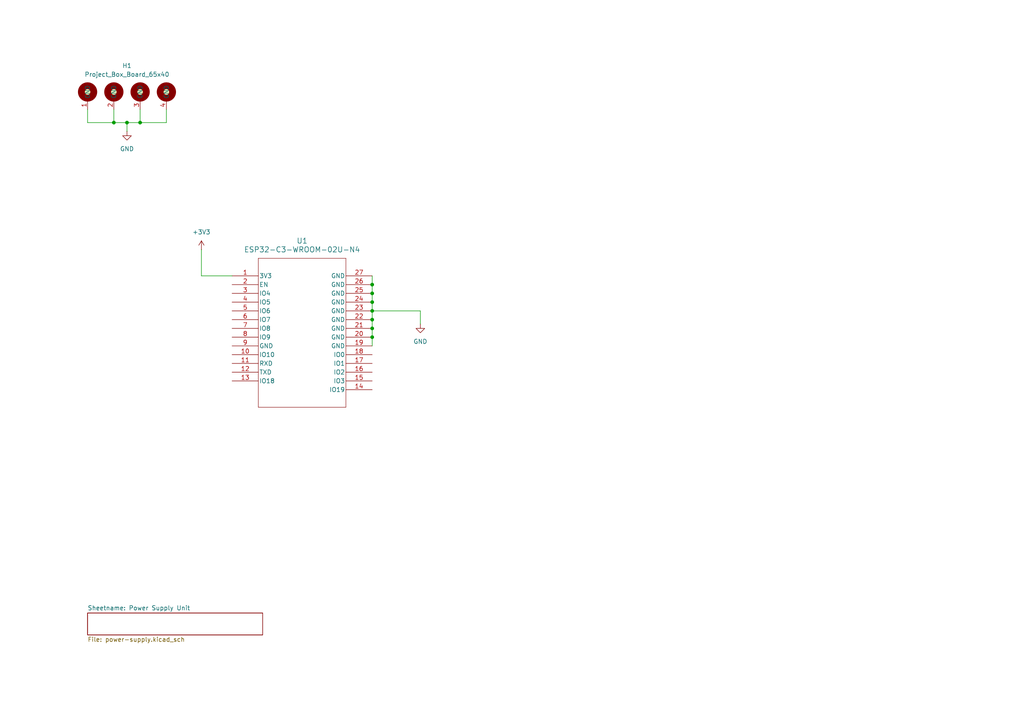
<source format=kicad_sch>
(kicad_sch (version 20231120) (generator "eeschema") (generator_version "8.0")
  (paper "A4")
  (lib_symbols
    (symbol "Alexander Symbol Library:ESP32-C3-WROOM-02U-N4" (pin_names (offset 0.254))
      (property "Reference" "U" (at 20.32 10.16 0))
      (property "Value" "ESP32-C3-WROOM-02U-N4" (at 20.32 7.62 0))
      (symbol "ESP32-C3-WROOM-02U-N4_0_1"
        (polyline (pts (xy 7.62 -38.1) (xy 33.02 -38.1)) (stroke (width 0.127)))
        (polyline (pts (xy 7.62 5.08) (xy 7.62 -38.1)) (stroke (width 0.127)))
        (polyline (pts (xy 33.02 -38.1) (xy 33.02 5.08)) (stroke (width 0.127)))
        (polyline (pts (xy 33.02 5.08) (xy 7.62 5.08)) (stroke (width 0.127)))
        (pin power_in line (at 0 0 0) (length 7.62) (name "3V3") (number "1"))
        (pin bidirectional line (at 0 -22.86 0) (length 7.62) (name "IO10") (number "10"))
        (pin bidirectional line (at 0 -25.4 0) (length 7.62) (name "RXD") (number "11"))
        (pin bidirectional line (at 0 -27.94 0) (length 7.62) (name "TXD") (number "12"))
        (pin bidirectional line (at 0 -30.48 0) (length 7.62) (name "IO18") (number "13"))
        (pin bidirectional line (at 40.64 -33.02 180) (length 7.62) (name "IO19") (number "14"))
        (pin bidirectional line (at 40.64 -30.48 180) (length 7.62) (name "IO3") (number "15"))
        (pin bidirectional line (at 40.64 -27.94 180) (length 7.62) (name "IO2") (number "16"))
        (pin bidirectional line (at 40.64 -25.4 180) (length 7.62) (name "IO1") (number "17"))
        (pin bidirectional line (at 40.64 -22.86 180) (length 7.62) (name "IO0") (number "18"))
        (pin power_out line (at 40.64 -20.32 180) (length 7.62) (name "GND") (number "19"))
        (pin input line (at 0 -2.54 0) (length 7.62) (name "EN") (number "2"))
        (pin power_out line (at 40.64 -17.78 180) (length 7.62) (name "GND") (number "20"))
        (pin power_out line (at 40.64 -15.24 180) (length 7.62) (name "GND") (number "21"))
        (pin power_out line (at 40.64 -12.7 180) (length 7.62) (name "GND") (number "22"))
        (pin power_out line (at 40.64 -10.16 180) (length 7.62) (name "GND") (number "23"))
        (pin power_out line (at 40.64 -7.62 180) (length 7.62) (name "GND") (number "24"))
        (pin power_out line (at 40.64 -5.08 180) (length 7.62) (name "GND") (number "25"))
        (pin power_out line (at 40.64 -2.54 180) (length 7.62) (name "GND") (number "26"))
        (pin power_out line (at 40.64 0 180) (length 7.62) (name "GND") (number "27"))
        (pin bidirectional line (at 0 -5.08 0) (length 7.62) (name "IO4") (number "3"))
        (pin bidirectional line (at 0 -7.62 0) (length 7.62) (name "IO5") (number "4"))
        (pin bidirectional line (at 0 -10.16 0) (length 7.62) (name "IO6") (number "5"))
        (pin bidirectional line (at 0 -12.7 0) (length 7.62) (name "IO7") (number "6"))
        (pin bidirectional line (at 0 -15.24 0) (length 7.62) (name "IO8") (number "7"))
        (pin bidirectional line (at 0 -17.78 0) (length 7.62) (name "IO9") (number "8"))
        (pin power_out line (at 0 -20.32 0) (length 7.62) (name "GND") (number "9"))
      )
    )
    (symbol "Alexander_Library_Symbols:Project_Box_Board_65x40"
      (property "Reference" "H" (at 0 7.62 0))
      (property "Value" "Project_Box_Board_65x40" (at 0 5.08 0))
      (symbol "Project_Box_Board_65x40_0_1"
        (circle (center -11.43 -1.27) (radius 1.27) (fill (type background)))
        (circle (center -11.43 -1.27) (radius 1.7961) (stroke (width 2)))
        (circle (center -3.81 -1.27) (radius 1.27) (fill (type background)))
        (circle (center -3.81 -1.27) (radius 1.7961) (stroke (width 2)))
        (circle (center 3.81 -1.27) (radius 1.27) (fill (type background)))
        (circle (center 3.81 -1.27) (radius 1.7961) (stroke (width 2)))
        (circle (center 11.43 -1.27) (radius 1.27) (fill (type background)))
        (circle (center 11.43 -1.27) (radius 1.7961) (stroke (width 2)))
      )
      (symbol "Project_Box_Board_65x40_1_1"
        (pin passive line (at -11.43 -6.35 90) (length 2.54) (name "GND") (number "1"))
        (pin passive line (at -3.81 -6.35 90) (length 2.54) (name "GND") (number "2"))
        (pin passive line (at 3.81 -6.35 90) (length 2.54) (name "GND") (number "3"))
        (pin passive line (at 11.43 -6.35 90) (length 2.54) (name "GND") (number "4"))
      )
    )
    (symbol "power:+3V3" (power) (pin_numbers hide) (pin_names (offset 0) hide)
      (property "Value" "+3V3" (at 0 3.556 0))
      (symbol "+3V3_0_1"
        (polyline (pts (xy -0.762 1.27) (xy 0 2.54)))
        (polyline (pts (xy 0 0) (xy 0 2.54)))
        (polyline (pts (xy 0 2.54) (xy 0.762 1.27)))
      )
      (symbol "+3V3_1_1"
        (pin power_in line (at 0 0 90) (length 0) (name "~") (number "1"))
      )
    )
    (symbol "power:GND" (power) (pin_numbers hide) (pin_names (offset 0) hide)
      (property "Value" "GND" (at 0 -3.81 0))
      (symbol "GND_0_1"
        (polyline (pts (xy 0 0) (xy 0 -1.27) (xy 1.27 -1.27) (xy 0 -2.54) (xy -1.27 -1.27) (xy 0 -1.27)))
      )
      (symbol "GND_1_1"
        (pin power_in line (at 0 0 270) (length 0) (name "~") (number "1"))
      )
    )
  )
  (junction (at 36.83 35.56))
  (junction (at 107.95 92.71))
  (junction (at 33.02 35.56))
  (junction (at 107.95 82.55))
  (junction (at 40.64 35.56))
  (junction (at 107.95 90.17))
  (junction (at 107.95 87.63))
  (junction (at 107.95 85.09))
  (junction (at 107.95 95.25))
  (junction (at 107.95 97.79))
  (wire (pts (xy 36.83 35.56) (xy 40.64 35.56)))
  (wire (pts (xy 67.31 80.01) (xy 58.42 80.01)))
  (wire (pts (xy 25.4 31.75) (xy 25.4 35.56)))
  (wire (pts (xy 25.4 35.56) (xy 33.02 35.56)))
  (wire (pts (xy 107.95 95.25) (xy 107.95 97.79)))
  (wire (pts (xy 121.92 93.98) (xy 121.92 90.17)))
  (wire (pts (xy 33.02 31.75) (xy 33.02 35.56)))
  (wire (pts (xy 48.26 35.56) (xy 48.26 31.75)))
  (wire (pts (xy 107.95 97.79) (xy 107.95 100.33)))
  (wire (pts (xy 107.95 80.01) (xy 107.95 82.55)))
  (wire (pts (xy 58.42 80.01) (xy 58.42 72.39)))
  (wire (pts (xy 107.95 92.71) (xy 107.95 95.25)))
  (wire (pts (xy 40.64 31.75) (xy 40.64 35.56)))
  (wire (pts (xy 107.95 90.17) (xy 107.95 92.71)))
  (wire (pts (xy 107.95 87.63) (xy 107.95 90.17)))
  (wire (pts (xy 40.64 35.56) (xy 48.26 35.56)))
  (wire (pts (xy 107.95 82.55) (xy 107.95 85.09)))
  (wire (pts (xy 33.02 35.56) (xy 36.83 35.56)))
  (wire (pts (xy 121.92 90.17) (xy 107.95 90.17)))
  (wire (pts (xy 36.83 35.56) (xy 36.83 38.1)))
  (wire (pts (xy 107.95 85.09) (xy 107.95 87.63)))
  (symbol (lib_id "power:GND") (at 121.92 93.98 0) (unit 1)
    (property "Reference" "#PWR02" (effects (hide yes)))
    (property "Value" "GND" (at 121.92 99.06 0))
    (property "Description" "Power symbol creates a global label with name \"GND\" , ground" (effects (hide yes)))
  )
  (symbol (lib_id "Alexander Symbol Library:ESP32-C3-WROOM-02U-N4") (at 67.31 80.01 0) (unit 1)
    (property "Reference" "U1" (at 87.63 69.85 0) (effects (font (size 1.524 1.524))))
    (property "Value" "ESP32-C3-WROOM-02U-N4" (at 87.63 72.39 0) (effects (font (size 1.524 1.524))))
    (property "Footprint" "Alexander Footprint Library:ESP32-C3-WROOM-02U_EXP" (effects (hide yes)))
    (property "Datasheet" "ESP32-C3-WROOM-02U-N4" (effects (hide yes)))
  )
  (symbol (lib_id "Alexander_Library_Symbols:Project_Box_Board_65x40") (at 36.83 25.4 0) (unit 1)
    (property "Reference" "H1" (at 36.83 19.05 0))
    (property "Value" "Project_Box_Board_65x40" (at 36.83 21.59 0))
    (property "Footprint" "Alexander Footprint Library:Board_65-40" (effects (hide yes)))
    (property "Description" "3.2mm Diameter Mounting Holes Pads (M3)" (effects (hide yes)))
  )
  (symbol (lib_id "power:+3V3") (at 58.42 72.39 0) (unit 1)
    (property "Reference" "#PWR03" (effects (hide yes)))
    (property "Value" "+3V3" (at 58.42 67.31 0))
    (property "Description" "Power symbol creates a global label with name \"+3V3\"" (effects (hide yes)))
  )
  (symbol (lib_id "power:GND") (at 36.83 38.1 0) (unit 1)
    (property "Reference" "#PWR06" (effects (hide yes)))
    (property "Value" "GND" (at 36.83 43.18 0))
    (property "Description" "Power symbol creates a global label with name \"GND\" , ground" (effects (hide yes)))
  )
  (sheet (at 25.4 177.8) (size 50.8 6.35) (stroke (width 0.1524))
    (property "Sheetname" "Power Supply Unit" (at 25.4 177.0884 0) (show_name yes) (effects (justify left bottom)))
    (property "Sheetfile" "power-supply.kicad_sch" (at 25.4 184.7346 0) (effects (justify left top)))
  )
)
</source>
